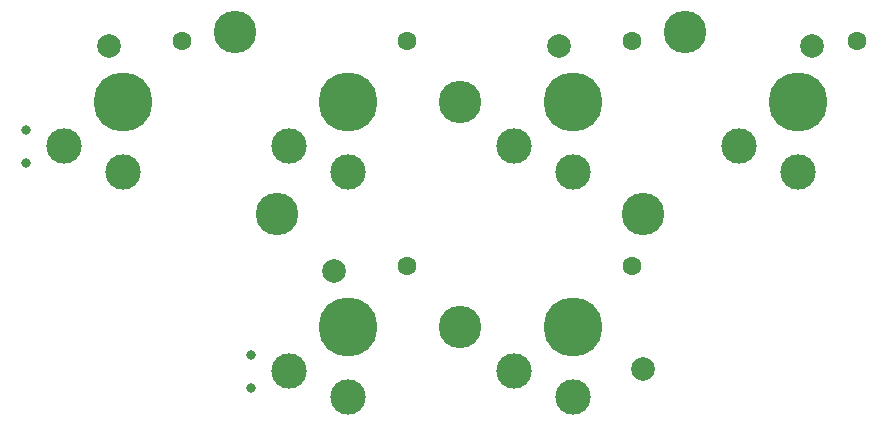
<source format=gts>
G04 #@! TF.GenerationSoftware,KiCad,Pcbnew,8.0.5*
G04 #@! TF.CreationDate,2024-09-18T06:53:56+09:00*
G04 #@! TF.ProjectId,SandyLP_Top,53616e64-794c-4505-9f54-6f702e6b6963,v.0*
G04 #@! TF.SameCoordinates,Original*
G04 #@! TF.FileFunction,Soldermask,Top*
G04 #@! TF.FilePolarity,Negative*
%FSLAX46Y46*%
G04 Gerber Fmt 4.6, Leading zero omitted, Abs format (unit mm)*
G04 Created by KiCad (PCBNEW 8.0.5) date 2024-09-18 06:53:56*
%MOMM*%
%LPD*%
G01*
G04 APERTURE LIST*
%ADD10C,3.000000*%
%ADD11C,5.000000*%
%ADD12C,1.600000*%
%ADD13C,0.800000*%
%ADD14C,3.600000*%
%ADD15C,2.000000*%
G04 APERTURE END LIST*
D10*
X143455310Y-68853405D03*
D11*
X148455310Y-65103405D03*
D10*
X148455310Y-71053405D03*
D12*
X153455310Y-59953405D03*
D13*
X140255310Y-67503405D03*
X140255310Y-70303405D03*
D10*
X143455310Y-49803405D03*
D11*
X148455310Y-46053405D03*
D10*
X148455310Y-52003405D03*
D12*
X153455310Y-40903405D03*
D14*
X142502185Y-55578405D03*
D10*
X181555310Y-49803405D03*
D11*
X186555310Y-46053405D03*
D10*
X186555310Y-52003405D03*
D12*
X191555310Y-40903405D03*
D14*
X177030310Y-40100280D03*
D10*
X124405310Y-49803405D03*
D11*
X129405310Y-46053405D03*
D10*
X129405310Y-52003405D03*
D12*
X134405310Y-40903405D03*
D13*
X121205310Y-48453405D03*
X121205310Y-51253405D03*
D14*
X157980310Y-65103405D03*
X157980310Y-46053405D03*
X138930310Y-40100280D03*
D10*
X162505310Y-49803405D03*
D11*
X167505310Y-46053405D03*
D10*
X167505310Y-52003405D03*
D12*
X172505310Y-40903405D03*
D14*
X173458435Y-55578405D03*
D10*
X162505310Y-68853405D03*
D11*
X167505310Y-65103405D03*
D10*
X167505310Y-71053405D03*
D12*
X172505310Y-59953405D03*
D15*
X128214685Y-41290905D03*
X187745935Y-41290905D03*
X166314685Y-41290905D03*
X173458435Y-68675280D03*
X147264685Y-60340905D03*
M02*

</source>
